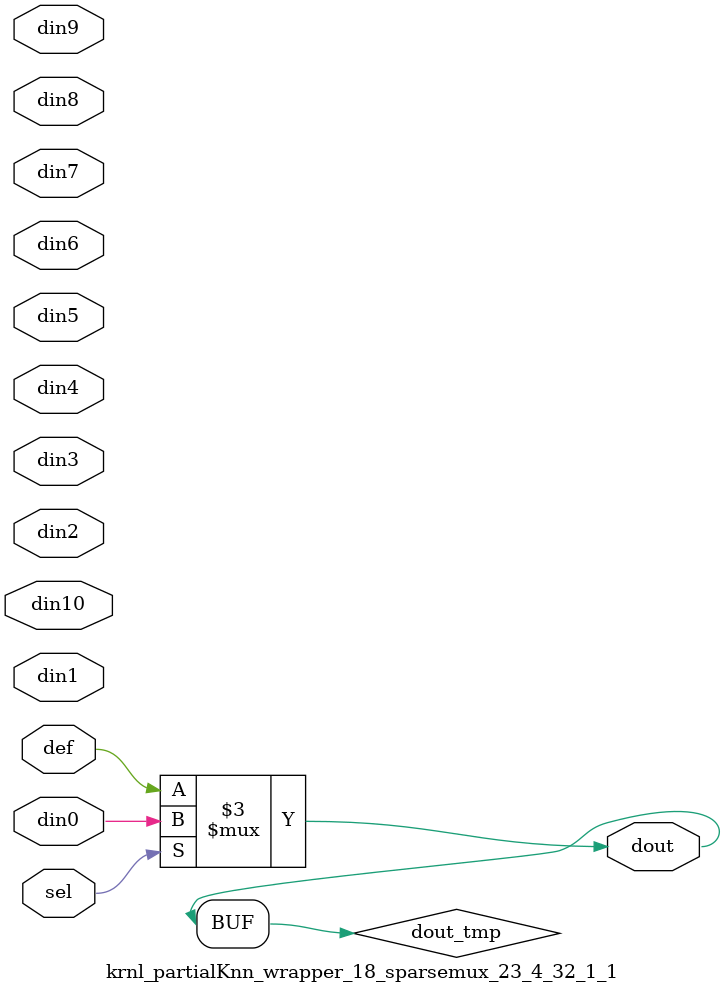
<source format=v>
`timescale 1ns / 1ps

module krnl_partialKnn_wrapper_18_sparsemux_23_4_32_1_1 (din0,din1,din2,din3,din4,din5,din6,din7,din8,din9,din10,def,sel,dout);

parameter din0_WIDTH = 1;

parameter din1_WIDTH = 1;

parameter din2_WIDTH = 1;

parameter din3_WIDTH = 1;

parameter din4_WIDTH = 1;

parameter din5_WIDTH = 1;

parameter din6_WIDTH = 1;

parameter din7_WIDTH = 1;

parameter din8_WIDTH = 1;

parameter din9_WIDTH = 1;

parameter din10_WIDTH = 1;

parameter def_WIDTH = 1;
parameter sel_WIDTH = 1;
parameter dout_WIDTH = 1;

parameter [sel_WIDTH-1:0] CASE0 = 1;

parameter [sel_WIDTH-1:0] CASE1 = 1;

parameter [sel_WIDTH-1:0] CASE2 = 1;

parameter [sel_WIDTH-1:0] CASE3 = 1;

parameter [sel_WIDTH-1:0] CASE4 = 1;

parameter [sel_WIDTH-1:0] CASE5 = 1;

parameter [sel_WIDTH-1:0] CASE6 = 1;

parameter [sel_WIDTH-1:0] CASE7 = 1;

parameter [sel_WIDTH-1:0] CASE8 = 1;

parameter [sel_WIDTH-1:0] CASE9 = 1;

parameter [sel_WIDTH-1:0] CASE10 = 1;

parameter ID = 1;
parameter NUM_STAGE = 1;



input [din0_WIDTH-1:0] din0;

input [din1_WIDTH-1:0] din1;

input [din2_WIDTH-1:0] din2;

input [din3_WIDTH-1:0] din3;

input [din4_WIDTH-1:0] din4;

input [din5_WIDTH-1:0] din5;

input [din6_WIDTH-1:0] din6;

input [din7_WIDTH-1:0] din7;

input [din8_WIDTH-1:0] din8;

input [din9_WIDTH-1:0] din9;

input [din10_WIDTH-1:0] din10;

input [def_WIDTH-1:0] def;
input [sel_WIDTH-1:0] sel;

output [dout_WIDTH-1:0] dout;



reg [dout_WIDTH-1:0] dout_tmp;

always @ (*) begin
case (sel)
    
    CASE0 : dout_tmp = din0;
    
    CASE1 : dout_tmp = din1;
    
    CASE2 : dout_tmp = din2;
    
    CASE3 : dout_tmp = din3;
    
    CASE4 : dout_tmp = din4;
    
    CASE5 : dout_tmp = din5;
    
    CASE6 : dout_tmp = din6;
    
    CASE7 : dout_tmp = din7;
    
    CASE8 : dout_tmp = din8;
    
    CASE9 : dout_tmp = din9;
    
    CASE10 : dout_tmp = din10;
    
    default : dout_tmp = def;
endcase
end


assign dout = dout_tmp;



endmodule

</source>
